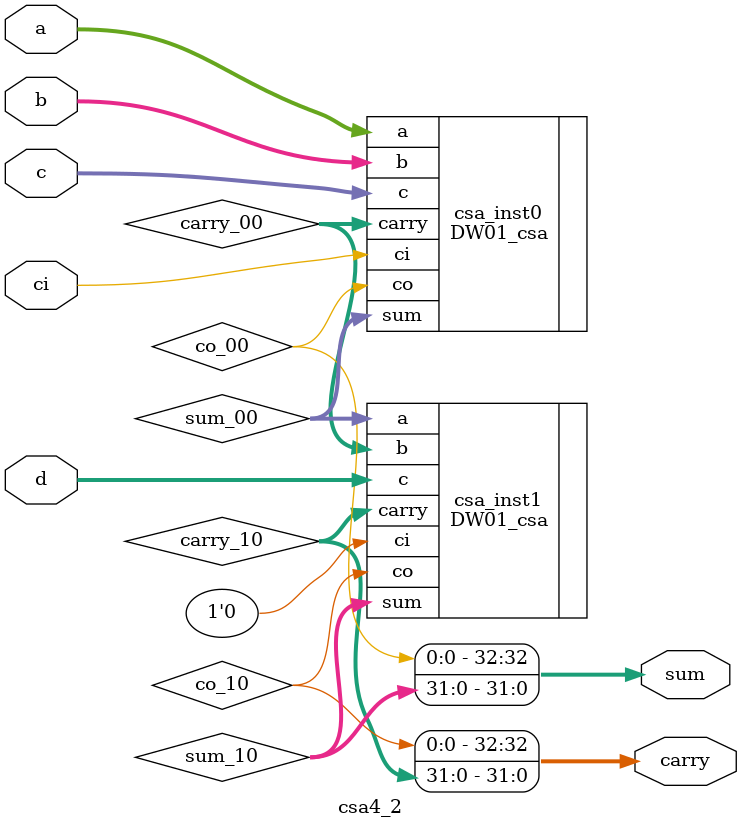
<source format=v>
module csa4_2  (
			ci,
			a,
			b,
			c,
			d,
			sum,
			carry
			);

parameter WIDTH = 32;

input			ci;
input	[WIDTH-1:0] 	a;
input	[WIDTH-1:0]	b;
input	[WIDTH-1:0]	c;
input	[WIDTH-1:0]	d;

output	[WIDTH:0]	sum;
output	[WIDTH:0]	carry;

wire	[WIDTH-1:0]	sum_00;
wire	[WIDTH-1:0]	carry_00;
wire			co_00;
wire	[WIDTH-1:0]	sum_10;
wire	[WIDTH-1:0]	carry_10;
wire			co_10;
wire	[WIDTH-1:0]	sum_20;
wire	[WIDTH-1:0]	carry_20;

//Instance of DW01_csa
DW01_csa #( WIDTH ) csa_inst0 (
				.ci	( ci ),
				.a	( a	),
				.b	( b	),
				.c	( c	),
				.sum	( sum_00),
				.carry	( carry_00),
				.co	( co_00	)
				);
DW01_csa #( WIDTH ) csa_inst1 (
				.ci	( 1'b0	),
				.a	( sum_00),
				.b	( carry_00),
				.c	( d	),
				.sum	( sum_10),
				.carry	( carry_10),
				.co	( co_10 )
				);

//get the final result
assign	sum	= {co_00,sum_10};
assign	carry	= {co_10,carry_10};
endmodule




</source>
